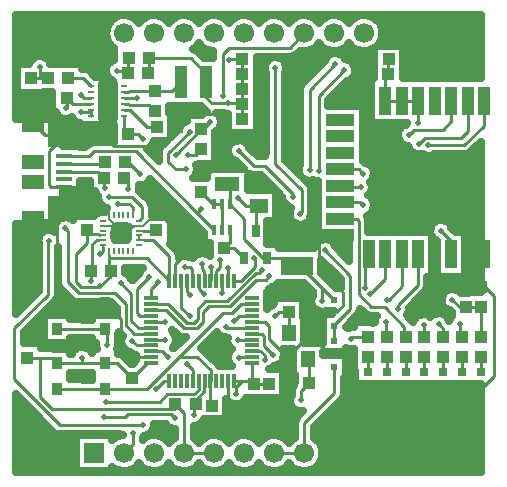
<source format=gtl>
G04 DipTrace 2.4.0.2*
%INTop.gbr*%
%MOIN*%
%ADD13C,0.01*%
%ADD14C,0.0079*%
%ADD15C,0.0091*%
%ADD16C,0.025*%
%ADD17R,0.0591X0.0512*%
%ADD18R,0.1063X0.063*%
%ADD19R,0.0433X0.0394*%
%ADD20R,0.0394X0.0433*%
%ADD22R,0.0315X0.0315*%
%ADD23R,0.083X0.05*%
%ADD25R,0.0236X0.0236*%
%ADD27R,0.0531X0.0157*%
%ADD28R,0.0787X0.0827*%
%ADD29R,0.0748X0.063*%
%ADD30R,0.0748X0.0472*%
%ADD31R,0.0669X0.0669*%
%ADD32C,0.0669*%
%ADD33R,0.039X0.106*%
%ADD35R,0.0256X0.0413*%
%ADD36R,0.0354X0.0394*%
%ADD37R,0.0394X0.0965*%
%ADD38R,0.0965X0.0394*%
%ADD39R,0.0472X0.0118*%
%ADD40R,0.0118X0.0472*%
%ADD41R,0.0157X0.0354*%
%ADD42R,0.0236X0.0091*%
%ADD43R,0.0669X0.1299*%
%ADD45O,0.0079X0.022*%
%ADD46O,0.022X0.0079*%
%ADD47R,0.0606X0.0669*%
%ADD48R,0.0453X0.0551*%
%ADD49C,0.02*%
%FSLAX44Y44*%
G04*
G70*
G90*
G75*
G01*
%LNTop*%
%LPD*%
X19815Y8815D2*
D13*
Y9815D1*
X19315D1*
X8424Y12202D2*
D14*
Y12044D1*
X8584D1*
D13*
X8898D1*
X9440Y11502D1*
Y10702D1*
X9434Y10696D1*
X7484Y11002D2*
X7440D1*
Y11440D1*
X8690D1*
X9434Y10696D1*
X7440Y11690D2*
D14*
Y11530D1*
D13*
Y11047D1*
X7484Y11002D1*
X7243Y12202D2*
D14*
X7118D1*
D13*
X7080Y12240D1*
X6828D1*
X6690Y12378D1*
X7484Y11002D2*
Y11146D1*
X11877Y16065D2*
Y16565D1*
Y17065D1*
Y17565D1*
Y18065D1*
X10670Y17315D2*
Y16790D1*
X10860Y16600D1*
X11877D1*
Y17565D1*
X10670Y17315D2*
Y17590D1*
X10160Y18100D1*
X8780D1*
X8753Y18128D1*
Y17646D1*
X8734Y17627D1*
X4690Y8127D2*
X5140D1*
X5503D1*
X5690Y7940D1*
X6540D1*
X7304D1*
X7690D1*
X8190Y7440D1*
X8844Y7940D2*
X8690D1*
X8190Y7440D1*
X9646Y6565D2*
Y6420D1*
X5540D1*
X5140Y6820D1*
Y8127D1*
X9940Y4940D2*
Y6271D1*
X9646Y6565D1*
X10940Y4940D2*
X9940D1*
X12253Y7253D2*
X12752D1*
X12190Y7940D2*
Y7315D1*
X12253Y7253D1*
X11599Y7349D2*
X11863D1*
X12156D1*
X12253Y7253D1*
X12190Y9515D2*
Y9520D1*
X11780D1*
X11600Y9340D1*
X11660Y6920D2*
Y7146D1*
X11863Y7349D1*
X7484Y11002D2*
Y10844D1*
X7140Y10500D1*
X6540Y8120D2*
Y7940D1*
X8227Y12871D2*
D14*
Y13031D1*
D13*
Y13133D1*
X8100Y13260D1*
X7720D1*
X19315Y9815D2*
X19125D1*
X18880Y10060D1*
X17740Y15940D2*
Y16685D1*
X17735Y16690D1*
X17184D1*
X16633D1*
Y17464D1*
X16734Y17565D1*
Y18047D1*
X16753Y18065D1*
X11877D2*
X11465D1*
X11440Y18040D1*
X10503Y15734D2*
X10554D1*
X10800Y15980D1*
X11400Y16600D2*
X11843D1*
X11877Y16565D1*
X9660Y14880D2*
Y14892D1*
X10503Y15734D1*
X7140Y10500D2*
Y10480D1*
X6500D1*
X6340Y10640D1*
Y11590D1*
X6690Y11940D1*
Y12378D1*
X13690Y11190D2*
X13806D1*
X14540Y10456D1*
X14940Y10056D1*
X12688Y11440D2*
X13440D1*
X13690Y11190D1*
X11452Y13244D2*
Y13826D1*
X11378Y13900D1*
X12688Y11440D2*
X12580D1*
X11940Y12080D1*
Y12755D1*
X11452Y13244D1*
X14540Y10020D2*
Y10456D1*
X5690Y7080D2*
X7304D1*
X8700D1*
X9760Y8140D1*
X10380D1*
X10820Y7700D1*
Y7357D1*
X10812Y7349D1*
Y6568D1*
X10855Y6525D1*
X12190Y9909D2*
X11829D1*
X11520Y9600D1*
X11220D1*
X9760Y8140D1*
X11599Y10696D2*
X11836D1*
X12300Y11160D1*
Y11420D1*
X12280Y11440D1*
X14120Y14380D2*
Y17060D1*
X14980Y17920D1*
X10418Y10696D2*
Y10422D1*
X10600Y10240D1*
X18080Y15220D2*
X19280D1*
X19920Y15860D1*
Y16670D1*
X19940Y16690D1*
X19315Y10484D2*
X19815D1*
Y11447D1*
X19940Y11572D1*
X19389D1*
X14940Y4940D2*
X15940D1*
Y6940D1*
X16065Y7065D1*
X16690D1*
X17315D1*
X17940D1*
X18565D1*
X19190D1*
X19815D1*
Y10484D2*
X19958D1*
X20253Y10190D1*
Y7503D1*
X19815Y7065D1*
X9631Y10696D2*
Y11256D1*
X10190Y11815D1*
X10565D1*
X10605Y11775D1*
X9672Y12378D2*
X10002D1*
X10605Y11775D1*
X7243Y12517D2*
D14*
X7596D1*
D13*
X7834Y12279D1*
X7440Y12871D2*
D14*
Y12740D1*
X7901Y12279D1*
X7834D1*
X7440Y12871D2*
Y13065D1*
D13*
X7315Y13190D1*
X6833D1*
X6690Y13047D1*
X5872D1*
X5812Y13106D1*
X5940Y13815D2*
Y13234D1*
X5812Y13106D1*
X4887Y12713D2*
X5418D1*
X5812Y13106D1*
Y15547D2*
X5281D1*
X4887Y15941D1*
X5812Y15547D2*
Y15375D1*
X5440Y15003D1*
Y13877D1*
X5502Y13815D1*
X5940D1*
X5355Y16775D2*
X4819D1*
X4815Y16771D1*
Y16013D1*
X4887Y15941D1*
X7396Y15565D2*
Y16675D1*
X7389Y16682D1*
X5812Y15547D2*
X7378D1*
X7396Y15565D1*
X6940Y18940D2*
Y18065D1*
X7377Y17627D1*
Y16693D1*
X7396Y15565D2*
Y15384D1*
X7600Y15180D1*
X9260D1*
X9680Y15600D1*
Y15805D1*
X9690Y15815D1*
X9795D1*
X10220Y16240D1*
X11000D1*
X11300Y15940D1*
Y15518D1*
X11378Y15440D1*
X12547Y18065D2*
Y17565D1*
Y17065D1*
Y16565D1*
Y16065D1*
Y15887D1*
X12100Y15440D1*
X11378D1*
X8424Y12517D2*
D14*
X8264D1*
D13*
X8071D1*
X7834Y12279D1*
X15139Y12202D2*
X14420D1*
X13781D1*
X13690Y12292D1*
X12440Y13940D2*
X12720D1*
X13520Y13140D1*
Y12462D1*
X13690Y12292D1*
X11378Y15440D2*
Y15002D1*
X11431Y14949D1*
X12440Y13940D1*
X10502Y14315D2*
X10798D1*
X11431Y14949D1*
X5690Y9940D2*
X7304D1*
X5690D2*
Y12984D1*
X5812Y13106D1*
X4690Y8797D2*
Y8940D1*
X5690Y9940D1*
X8844Y8137D2*
X8218D1*
X8190Y8109D1*
Y8290D1*
X7840Y8640D1*
Y9404D1*
X7304Y9940D1*
X11403Y7349D2*
Y6647D1*
X11525Y6525D1*
X12194D1*
X12253Y6583D1*
X12752D1*
X13023D1*
X13440Y7000D1*
Y7266D1*
X13428Y7278D1*
Y8062D1*
X13440Y8074D1*
Y8220D1*
X13840Y8620D1*
Y8710D1*
X14070Y8940D1*
X12190Y9318D2*
X12642D1*
X12780Y9180D1*
Y8734D1*
X13440Y8074D1*
X14070Y8940D2*
Y9625D1*
X14098Y9653D1*
X16065Y7065D2*
X15815D1*
X15360Y7520D1*
Y8140D1*
X15280Y8220D1*
X14790D1*
X14070Y8940D1*
X16083Y18065D2*
Y17583D1*
X16065Y17565D1*
Y16707D1*
X16082Y16690D1*
X12547Y18065D2*
Y18200D1*
X16083D1*
Y18065D1*
X14098Y9653D2*
X15013D1*
X15220Y9860D1*
Y10320D1*
X14420Y11120D1*
Y12202D1*
X18286Y11572D2*
Y10934D1*
X18780Y10440D1*
X19271D1*
X19315Y10484D1*
X8424Y12517D2*
D14*
X8557D1*
X8800Y12760D1*
D13*
X9289D1*
X9672Y12378D1*
X12190Y8137D2*
X11777D1*
X11760Y8120D1*
X16660Y9300D2*
Y8845D1*
X16690Y8815D1*
X16065D2*
X15555D1*
X15500Y8760D1*
X12620Y8060D2*
Y8200D1*
X12480Y8340D1*
X12196D1*
X12190Y8334D1*
X18565Y8815D2*
Y9095D1*
X18420Y9240D1*
X15820Y13800D2*
X15195D1*
X15139Y13855D1*
Y12753D2*
X15687D1*
X15760Y12680D1*
Y10240D1*
X16175Y9825D1*
X16615D1*
X17280Y9160D1*
Y8850D1*
X17315Y8815D1*
X15139Y13304D2*
X15796D1*
X15900Y13200D1*
X17920Y9200D2*
Y8835D1*
X17940Y8815D1*
X15139Y14407D2*
X15753D1*
X15900Y14260D1*
X19120Y9260D2*
Y8885D1*
X19190Y8815D1*
X10221Y7349D2*
Y7719D1*
X10040Y7900D1*
X8560Y5880D2*
X5800D1*
X4280Y7400D1*
Y9100D1*
X5400Y10220D1*
Y11980D1*
X5440Y12020D1*
X7420Y13480D2*
X8200D1*
X8540Y13140D1*
Y12790D1*
X8537Y12787D1*
D14*
X8424Y12674D1*
X8844Y8531D2*
D13*
X8349D1*
X8200Y8680D1*
X8080Y13760D2*
Y13988D1*
X7940Y14128D1*
X11196Y12378D2*
Y13244D1*
X10940D1*
X10905D1*
X10502Y13646D1*
X13440Y8940D2*
Y9641D1*
X13428Y9653D1*
X13113D1*
X12980Y9520D1*
X11740Y8720D2*
X12183D1*
X12190Y8727D1*
Y8924D2*
X12536D1*
X12600Y8860D1*
Y8520D1*
X12900Y8220D1*
X13840Y6700D2*
Y7020D1*
X14098Y7278D1*
Y8046D1*
X14070Y8074D1*
X19815Y7656D2*
Y8146D1*
X19190Y7656D2*
Y8146D1*
X18565Y7656D2*
Y8146D1*
X17940Y7656D2*
Y8146D1*
X17315D2*
Y7656D1*
X16690Y8146D2*
Y7656D1*
X16065Y8146D2*
Y7656D1*
X11275Y11775D2*
X11605D1*
X11940Y11440D1*
X11452Y12378D2*
Y11952D1*
X11275Y11775D1*
X8424Y12359D2*
D14*
X8561D1*
D13*
X8580Y12340D1*
X8965D1*
X9002Y12378D1*
X6838Y16584D2*
D15*
X6670D1*
D13*
X6216D1*
X6025Y16775D1*
Y16462D1*
X6002Y16440D1*
X7690Y17690D2*
X8002D1*
X8065Y17627D1*
Y18109D1*
X8083Y18128D1*
X7940Y16387D2*
D15*
X8108D1*
D13*
X8133D1*
X8700Y15820D1*
X9016D1*
X9021Y15815D1*
X7940Y16584D2*
D15*
X8108D1*
D13*
Y16560D1*
X8776D1*
X8980Y16355D1*
X7940Y16977D2*
D15*
X8108D1*
D13*
Y17000D1*
X8956D1*
X8980Y17025D1*
X9525D1*
X9815Y17315D1*
X14940Y9190D2*
Y8690D1*
X4815Y17440D2*
X5127D1*
X5396D1*
X7940Y16781D2*
D15*
X8108D1*
D13*
X8359D1*
X5127Y17815D2*
Y17440D1*
X14940Y9190D2*
Y9220D1*
X15480Y9760D1*
Y10860D1*
X14640Y11700D1*
X13560Y13480D2*
Y13580D1*
X12617Y14523D1*
X12257D1*
X11760Y15020D1*
X6838Y16781D2*
D15*
X6670D1*
D13*
X6599D1*
X6503Y16878D1*
Y16315D2*
X6766D1*
X6770Y16319D1*
D15*
X6838Y16387D1*
Y16292D1*
D13*
Y16285D1*
D15*
Y16190D1*
X7940D2*
Y16095D1*
D13*
Y15690D1*
X8065Y15565D1*
X8395D1*
X8560Y15400D1*
X7962Y14650D2*
X8070D1*
X8480Y14240D1*
X9300Y8700D2*
X8871D1*
X8844Y8727D1*
X5690Y9080D2*
X7304D1*
X12190Y9121D2*
X11379D1*
X11340Y9160D1*
X7360Y8540D2*
Y9024D1*
X7304Y9080D1*
X18838Y16690D2*
Y15998D1*
X18560Y15720D1*
X17600D1*
X17420Y15540D1*
X9300Y9320D2*
X8846D1*
X8844Y9318D1*
X7243Y12044D2*
D14*
X7083D1*
D13*
X7024D1*
X6880Y11900D1*
Y11067D1*
X6815Y11002D1*
Y10695D1*
X7320Y6660D2*
X9120D1*
X9360Y6900D1*
X10260D1*
X10420Y7060D1*
Y7348D1*
X10418Y7349D1*
X10025Y10696D2*
Y10335D1*
X10140Y10220D1*
X10315Y6565D2*
Y6715D1*
X10600Y7000D1*
Y7334D1*
X10615Y7349D1*
X7243Y11887D2*
D14*
Y11797D1*
D13*
Y11683D1*
X7140Y11580D1*
X7280Y6140D2*
X7960D1*
X8060Y6240D1*
X9500D1*
X9640Y6100D1*
X10260Y6220D2*
Y6510D1*
X10315Y6565D1*
X9828Y10696D2*
Y9792D1*
X10120Y9500D1*
X6065Y17440D2*
X6572D1*
X6719Y17293D1*
D15*
X6838Y17174D1*
X11206Y10696D2*
D13*
Y10294D1*
X17060Y9740D2*
Y9880D1*
X17720Y10540D1*
Y11557D1*
X17735Y11572D1*
X16082D2*
X15980D1*
Y10460D1*
X11400Y11100D2*
Y10699D1*
X11403Y10696D1*
X18838Y11572D2*
Y12022D1*
X18500Y12360D1*
X10540Y11240D2*
Y11080D1*
X10600Y11020D1*
Y10711D1*
X10615Y10696D1*
X11009D2*
Y11009D1*
X11140Y11140D1*
Y11380D1*
X16700Y10060D2*
X16760D1*
X17200Y10500D1*
Y11556D1*
X17184Y11572D1*
X16633D2*
Y10733D1*
X16140Y10240D1*
X10820Y11140D2*
Y10704D1*
X10812Y10696D1*
X8844Y9909D2*
X9391D1*
X10020Y9280D1*
X10260D1*
X10400Y9420D1*
Y9760D1*
X10640Y10000D1*
X11380D1*
X12322Y10942D1*
X12442D1*
X12540Y11040D1*
X13800Y12920D2*
X13860Y12980D1*
Y13700D1*
X12980Y14580D1*
Y17780D1*
X8844Y10105D2*
Y10424D1*
X9080Y10660D1*
X8844Y9712D2*
X9328D1*
X9920Y9120D1*
X10380D1*
X10580Y9320D1*
Y9660D1*
X10760Y9840D1*
X11460D1*
X12340Y10720D1*
X12660D1*
X12780Y10840D1*
X14420Y14360D2*
Y16840D1*
X15280Y17700D1*
X8844Y9515D2*
X8465D1*
X8360Y9620D1*
Y10400D1*
X8780Y10820D1*
X10000Y14400D2*
X9660D1*
X9400Y14660D1*
Y14940D1*
X10120Y15660D1*
X11220Y16860D2*
Y18260D1*
X11420Y18460D1*
X13460D1*
X13940Y18940D1*
X9434Y7349D2*
X9269D1*
X9000Y7080D1*
X8844Y8334D2*
X9206D1*
X9400Y8140D1*
X8240Y5620D2*
Y5240D1*
X7940Y4940D1*
X8844Y9121D2*
X8419D1*
X8180Y9360D1*
Y10260D1*
X7840Y10600D1*
X8844Y8924D2*
X8276D1*
X8000Y9200D1*
Y9900D1*
X7620Y10280D1*
X6420D1*
X6060Y10640D1*
Y12360D1*
X5980Y12440D1*
X5940Y14583D2*
X7226D1*
X7293Y14650D1*
X5940Y14327D2*
X7071D1*
X7271Y14128D1*
Y13809D1*
X7300Y13780D1*
X10060Y14880D2*
X10318D1*
X10503Y15065D1*
X13940Y4940D2*
Y5940D1*
X14940Y6940D1*
Y7824D1*
X12940Y4940D2*
X13940D1*
X12314Y12346D2*
Y13066D1*
X12440Y13192D1*
X5940Y14839D2*
X6779D1*
X6940Y15000D1*
X8318D1*
X10375Y12943D1*
X10940Y12378D1*
X12440Y13192D2*
X11988D1*
X11720Y13460D1*
X10511Y13080D2*
X10375Y12943D1*
X19389Y16690D2*
Y15689D1*
X19160Y15460D1*
X17960D1*
X17760Y15260D1*
X9960Y11160D2*
X10120D1*
X10200Y11080D1*
Y10717D1*
X10221Y10696D1*
D49*
X11600Y9340D3*
X11660Y6920D3*
X7140Y10500D3*
X6540Y8120D3*
X7720Y13260D3*
X7140Y10500D3*
X18880Y10060D3*
X17740Y15940D3*
X11440Y18040D3*
X10800Y15980D3*
X11400Y16600D3*
X9660Y14880D3*
X7720Y13260D3*
X14540Y10020D3*
X12280Y11440D3*
X14120Y14380D3*
X14980Y17920D3*
X10600Y10240D3*
X18080Y15220D3*
X11760Y8120D3*
X16660Y9300D3*
X15500Y8760D3*
X12620Y8060D3*
X18420Y9240D3*
X15820Y13800D3*
X15900Y13200D3*
X17920Y9200D3*
X15900Y14260D3*
X19120Y9260D3*
X10040Y7900D3*
X8560Y5880D3*
X5440Y12020D3*
X7420Y13480D3*
X8200Y8680D3*
X8080Y13760D3*
X12980Y9520D3*
X11740Y8720D3*
X12900Y8220D3*
X13840Y6700D3*
X6002Y16440D3*
X7690Y17690D3*
X8359Y16781D3*
X5127Y17815D3*
X14640Y11700D3*
X13560Y13480D3*
X11760Y15020D3*
X8359Y16781D3*
X6503Y16878D3*
Y16315D3*
X8560Y15400D3*
X8480Y14240D3*
X9300Y8700D3*
X11340Y9160D3*
X7360Y8540D3*
X17420Y15540D3*
X9300Y9320D3*
X6815Y10695D3*
X7320Y6660D3*
X10140Y10220D3*
X7140Y11580D3*
X7280Y6140D3*
X9640Y6100D3*
X10260Y6220D3*
X10120Y9500D3*
X11206Y10294D3*
X17060Y9740D3*
X15980Y10460D3*
X11400Y11100D3*
X18500Y12360D3*
X10540Y11240D3*
X11140Y11380D3*
X16700Y10060D3*
X16140Y10240D3*
X10820Y11140D3*
X12540Y11040D3*
X13800Y12920D3*
X12980Y17780D3*
X9080Y10660D3*
X12780Y10840D3*
X14420Y14360D3*
X15280Y17700D3*
X8780Y10820D3*
X10000Y14400D3*
X10120Y15660D3*
X11220Y16860D3*
X9000Y7080D3*
X9400Y8140D3*
X8240Y5620D3*
X7840Y10600D3*
X5980Y12440D3*
X7300Y13780D3*
X10060Y14880D3*
X11720Y13460D3*
X10511Y13080D3*
X17760Y15260D3*
X9960Y11160D3*
X4350Y19306D2*
D16*
X7439D1*
X16438D2*
X19790D1*
X4350Y19058D2*
X7325D1*
X16551D2*
X19790D1*
X4350Y18809D2*
X7329D1*
X16551D2*
X19790D1*
X4350Y18560D2*
X7450D1*
X16430D2*
X19790D1*
X4350Y18312D2*
X7575D1*
X10418D2*
X10884D1*
X13782D2*
X16247D1*
X17258D2*
X19790D1*
X4350Y18063D2*
X4833D1*
X5418D2*
X7560D1*
X12383D2*
X12724D1*
X13235D2*
X14618D1*
X15344D2*
X16247D1*
X17258D2*
X19790D1*
X6571Y17814D2*
X7321D1*
X12383D2*
X12591D1*
X13368D2*
X14404D1*
X15653D2*
X16228D1*
X17258D2*
X19790D1*
X6918Y17565D2*
X7321D1*
X12383D2*
X12642D1*
X13321D2*
X14154D1*
X15645D2*
X16228D1*
X17243D2*
X19790D1*
X7246Y17317D2*
X7532D1*
X12383D2*
X12642D1*
X13321D2*
X13907D1*
X15368D2*
X16146D1*
X7246Y17068D2*
X7532D1*
X12383D2*
X12642D1*
X13321D2*
X13779D1*
X15118D2*
X16146D1*
X4350Y16819D2*
X5517D1*
X7246D2*
X7532D1*
X12383D2*
X12642D1*
X13321D2*
X13779D1*
X14871D2*
X16146D1*
X4350Y16571D2*
X5517D1*
X7246D2*
X7532D1*
X12383D2*
X12642D1*
X13321D2*
X13779D1*
X14758D2*
X16146D1*
X4350Y16322D2*
X5517D1*
X7246D2*
X7532D1*
X9465D2*
X10650D1*
X12383D2*
X12642D1*
X13321D2*
X13779D1*
X15911D2*
X16146D1*
X4774Y16073D2*
X5001D1*
X5680D2*
X6204D1*
X7246D2*
X7532D1*
X9528D2*
X10017D1*
X11176D2*
X11372D1*
X12383D2*
X12642D1*
X13321D2*
X13779D1*
X15911D2*
X16146D1*
X5680Y15825D2*
X7560D1*
X9528D2*
X9771D1*
X11157D2*
X11372D1*
X12383D2*
X12642D1*
X13321D2*
X13779D1*
X15911D2*
X17165D1*
X5680Y15576D2*
X7560D1*
X10989D2*
X12642D1*
X13321D2*
X13779D1*
X15911D2*
X17032D1*
X5934Y15327D2*
X7560D1*
X8942D2*
X9318D1*
X10989D2*
X11540D1*
X11981D2*
X12642D1*
X13321D2*
X13779D1*
X15911D2*
X17099D1*
X8758Y15079D2*
X9091D1*
X10989D2*
X11376D1*
X12172D2*
X12642D1*
X13321D2*
X13779D1*
X15911D2*
X17419D1*
X19610D2*
X19789D1*
X8957Y14830D2*
X9060D1*
X10989D2*
X11423D1*
X13321D2*
X13779D1*
X15911D2*
X19790D1*
X10442Y14581D2*
X11728D1*
X13450D2*
X13779D1*
X16098D2*
X19790D1*
X10383Y14333D2*
X10673D1*
X16282D2*
X19790D1*
X12082Y14084D2*
X12587D1*
X16246D2*
X19790D1*
X6496Y13835D2*
X6763D1*
X8461D2*
X9013D1*
X12082D2*
X12833D1*
X14168D2*
X14368D1*
X16207D2*
X19790D1*
X5934Y13586D2*
X6966D1*
X8563D2*
X9259D1*
X14200D2*
X14368D1*
X16141D2*
X19790D1*
X5934Y13338D2*
X7060D1*
X8809D2*
X9509D1*
X13024D2*
X13200D1*
X14200D2*
X14368D1*
X16262D2*
X19790D1*
X5680Y13089D2*
X7306D1*
X8879D2*
X9759D1*
X13024D2*
X13450D1*
X14200D2*
X14368D1*
X16274D2*
X19790D1*
X5680Y12840D2*
X6204D1*
X8879D2*
X10005D1*
X13024D2*
X13419D1*
X14180D2*
X14368D1*
X16055D2*
X19790D1*
X4754Y12592D2*
X5001D1*
X9508D2*
X10255D1*
X12731D2*
X13614D1*
X13985D2*
X14368D1*
X16098D2*
X18193D1*
X18805D2*
X19790D1*
X4350Y12343D2*
X5247D1*
X7641D2*
X8025D1*
X9508D2*
X10505D1*
X12731D2*
X14368D1*
X16098D2*
X18111D1*
X18989D2*
X19790D1*
X4350Y12094D2*
X5056D1*
X7637D2*
X8029D1*
X9508D2*
X10571D1*
X12731D2*
X15419D1*
X19325D2*
X19790D1*
X4350Y11846D2*
X5060D1*
X9567D2*
X10767D1*
X13106D2*
X14282D1*
X15000D2*
X15419D1*
X18223D2*
X18353D1*
X19325D2*
X19790D1*
X4350Y11597D2*
X5060D1*
X9766D2*
X10439D1*
X10640D2*
X10770D1*
X15215D2*
X15419D1*
X18223D2*
X18353D1*
X19325D2*
X19790D1*
X4350Y11348D2*
X5060D1*
X18223D2*
X18353D1*
X19325D2*
X19790D1*
X4350Y11100D2*
X5060D1*
X7993D2*
X8521D1*
X14512D2*
X14771D1*
X18223D2*
X18353D1*
X19325D2*
X19790D1*
X4350Y10851D2*
X5060D1*
X8129D2*
X8341D1*
X14614D2*
X15021D1*
X18223D2*
X18353D1*
X19325D2*
X19790D1*
X4350Y10602D2*
X5060D1*
X13082D2*
X13923D1*
X14864D2*
X15142D1*
X18059D2*
X19790D1*
X4350Y10354D2*
X5060D1*
X5739D2*
X5877D1*
X12715D2*
X14173D1*
X18000D2*
X18638D1*
X19121D2*
X19790D1*
X4350Y10105D2*
X4814D1*
X5719D2*
X6126D1*
X12715D2*
X12923D1*
X13934D2*
X14161D1*
X17754D2*
X18493D1*
X4350Y9856D2*
X4568D1*
X5508D2*
X7575D1*
X12715D2*
X12814D1*
X13934D2*
X14189D1*
X17508D2*
X18552D1*
X5258Y9607D2*
X7661D1*
X13934D2*
X14857D1*
X15782D2*
X15922D1*
X17426D2*
X18829D1*
X5008Y9359D2*
X5224D1*
X13957D2*
X14532D1*
X15547D2*
X16275D1*
X4762Y9110D2*
X5224D1*
X13957D2*
X14532D1*
X4621Y8861D2*
X5224D1*
X7770D2*
X7858D1*
X10954D2*
X11107D1*
X13957D2*
X14532D1*
X4621Y8613D2*
X6978D1*
X7743D2*
X7820D1*
X9680D2*
X9760D1*
X10704D2*
X11364D1*
X6157Y8364D2*
X6243D1*
X7770D2*
X7993D1*
X10625D2*
X11462D1*
X13262D2*
X13552D1*
X15348D2*
X15579D1*
X7985Y8115D2*
X8318D1*
X10875D2*
X11368D1*
X13274D2*
X13552D1*
X15348D2*
X15579D1*
X11114Y7867D2*
X11474D1*
X13016D2*
X13552D1*
X15348D2*
X15579D1*
X6157Y7618D2*
X6837D1*
X13239D2*
X13552D1*
X15348D2*
X15618D1*
X13239Y7369D2*
X13591D1*
X15282D2*
X15618D1*
X13239Y7121D2*
X13517D1*
X15282D2*
X19790D1*
X13239Y6872D2*
X13493D1*
X15274D2*
X19790D1*
X4350Y6623D2*
X4587D1*
X11899D2*
X13458D1*
X15094D2*
X19790D1*
X4350Y6375D2*
X4833D1*
X11364D2*
X13650D1*
X14844D2*
X19790D1*
X4350Y6126D2*
X5083D1*
X11364D2*
X13661D1*
X14598D2*
X19790D1*
X4350Y5877D2*
X5333D1*
X8950D2*
X9325D1*
X10411D2*
X13599D1*
X14348D2*
X19790D1*
X4350Y5628D2*
X5587D1*
X8848D2*
X9599D1*
X10282D2*
X13599D1*
X14282D2*
X19790D1*
X4350Y5380D2*
X6314D1*
X9371D2*
X9511D1*
X10371D2*
X10511D1*
X11371D2*
X11511D1*
X12371D2*
X12511D1*
X13371D2*
X13511D1*
X14371D2*
X19790D1*
X4350Y5131D2*
X6314D1*
X14532D2*
X19790D1*
X4350Y4882D2*
X6314D1*
X14563D2*
X19790D1*
X4350Y4634D2*
X6314D1*
X14481D2*
X19790D1*
X4350Y4385D2*
X6314D1*
X7563D2*
X7689D1*
X8192D2*
X8689D1*
X9192D2*
X9689D1*
X10192D2*
X10689D1*
X11192D2*
X11689D1*
X12192D2*
X12689D1*
X13192D2*
X13689D1*
X14192D2*
X19790D1*
X17398Y17437D2*
X18200D1*
X18751D1*
X19302D1*
X19818D1*
X19815Y17950D1*
Y19555D1*
X4325D1*
Y16075D1*
X4748Y16078D1*
Y15863D1*
X5027Y15862D1*
X5025Y16078D1*
X5654D1*
Y15347D1*
X5909Y15350D1*
Y15182D1*
X6471D1*
Y15155D1*
X6647Y15154D1*
X6717Y15223D1*
X6821Y15292D1*
X6940Y15315D1*
X7585D1*
X7583Y15880D1*
X7557D1*
X7561Y16500D1*
X7557Y16773D1*
X7561Y16894D1*
X7557Y17167D1*
X7561Y17288D1*
X7557Y17239D1*
Y17352D1*
X7520Y17367D1*
X7422Y17443D1*
X7354Y17547D1*
X7326Y17668D1*
X7340Y17792D1*
X7394Y17904D1*
X7483Y17991D1*
X7583Y18041D1*
Y18089D1*
X7603D1*
X7602Y18443D1*
X7544Y18490D1*
X7459Y18582D1*
X7395Y18689D1*
X7355Y18807D1*
X7340Y18931D1*
X7352Y19055D1*
X7388Y19175D1*
X7449Y19284D1*
X7531Y19378D1*
X7630Y19453D1*
X7743Y19506D1*
X7864Y19535D1*
X7989Y19538D1*
X8112Y19515D1*
X8227Y19467D1*
X8330Y19396D1*
X8416Y19305D1*
X8438Y19269D1*
X8531Y19378D1*
X8630Y19453D1*
X8743Y19506D1*
X8864Y19535D1*
X8989Y19538D1*
X9112Y19515D1*
X9227Y19467D1*
X9330Y19396D1*
X9416Y19305D1*
X9438Y19269D1*
X9531Y19378D1*
X9630Y19453D1*
X9743Y19506D1*
X9864Y19535D1*
X9989Y19538D1*
X10112Y19515D1*
X10227Y19467D1*
X10330Y19396D1*
X10416Y19305D1*
X10438Y19269D1*
X10531Y19378D1*
X10630Y19453D1*
X10743Y19506D1*
X10864Y19535D1*
X10989Y19538D1*
X11112Y19515D1*
X11227Y19467D1*
X11330Y19396D1*
X11416Y19305D1*
X11438Y19269D1*
X11531Y19378D1*
X11630Y19453D1*
X11743Y19506D1*
X11864Y19535D1*
X11989Y19538D1*
X12112Y19515D1*
X12227Y19467D1*
X12330Y19396D1*
X12416Y19305D1*
X12438Y19269D1*
X12531Y19378D1*
X12630Y19453D1*
X12743Y19506D1*
X12864Y19535D1*
X12989Y19538D1*
X13112Y19515D1*
X13227Y19467D1*
X13330Y19396D1*
X13416Y19305D1*
X13438Y19269D1*
X13531Y19378D1*
X13630Y19453D1*
X13743Y19506D1*
X13864Y19535D1*
X13989Y19538D1*
X14112Y19515D1*
X14227Y19467D1*
X14330Y19396D1*
X14416Y19305D1*
X14438Y19269D1*
X14531Y19378D1*
X14630Y19453D1*
X14743Y19506D1*
X14864Y19535D1*
X14989Y19538D1*
X15112Y19515D1*
X15227Y19467D1*
X15330Y19396D1*
X15416Y19305D1*
X15438Y19269D1*
X15531Y19378D1*
X15630Y19453D1*
X15743Y19506D1*
X15864Y19535D1*
X15989Y19538D1*
X16112Y19515D1*
X16227Y19467D1*
X16330Y19396D1*
X16416Y19305D1*
X16481Y19199D1*
X16523Y19081D1*
X16540Y18940D1*
X16527Y18816D1*
X16488Y18697D1*
X16426Y18589D1*
X16372Y18528D1*
X17234Y18527D1*
Y17603D1*
X17215D1*
X17216Y17437D1*
X17646Y17433D1*
X17898Y17437D1*
X18197Y17433D1*
X18450Y17437D1*
X18748Y17433D1*
X19001Y17437D1*
X19299Y17433D1*
X19552Y17437D1*
X19816D1*
X17373Y15943D2*
X17273Y15947D1*
X17021Y15943D1*
X16722Y15947D1*
X16470Y15943D1*
X16171D1*
Y17437D1*
X16253D1*
Y18027D1*
X16272D1*
X16271Y18443D1*
X16129Y18371D1*
X16007Y18344D1*
X15882Y18343D1*
X15760Y18368D1*
X15645Y18418D1*
X15544Y18490D1*
X15441Y18612D1*
X15343Y18496D1*
X15242Y18422D1*
X15129Y18371D1*
X15007Y18344D1*
X14882Y18343D1*
X14760Y18368D1*
X14645Y18418D1*
X14544Y18490D1*
X14441Y18612D1*
X14343Y18496D1*
X14242Y18422D1*
X14129Y18371D1*
X14007Y18344D1*
X13882Y18343D1*
X13802Y18360D1*
X13683Y18237D1*
X13579Y18168D1*
X13460Y18145D1*
X12362D1*
X12359Y17603D1*
Y17103D1*
Y16603D1*
Y16103D1*
Y15603D1*
X11396D1*
Y16232D1*
X11230Y16277D1*
X11221Y16284D1*
X10999Y16285D1*
X11053Y16243D1*
X11127Y16142D1*
X11162Y16023D1*
X11165Y15980D1*
X11144Y15857D1*
X11083Y15749D1*
X10989Y15668D1*
X10963Y15658D1*
X10960Y15253D1*
X10964Y15172D1*
Y14583D1*
X10421D1*
X10327Y14562D1*
X10362Y14443D1*
X10365Y14400D1*
X10344Y14277D1*
X10283Y14169D1*
X10233Y14126D1*
X10701Y14127D1*
X10698Y14415D1*
X11920D1*
X11667Y14668D1*
X11590Y14697D1*
X11492Y14773D1*
X11424Y14877D1*
X11396Y14998D1*
X11410Y15122D1*
X11464Y15234D1*
X11553Y15321D1*
X11666Y15373D1*
X11790Y15384D1*
X11910Y15353D1*
X12013Y15283D1*
X12087Y15182D1*
X12106Y15119D1*
X12389Y14837D1*
X12628D1*
X12665Y14955D1*
Y17600D1*
X12644Y17637D1*
X12616Y17758D1*
X12630Y17882D1*
X12684Y17994D1*
X12773Y18081D1*
X12886Y18133D1*
X13010Y18144D1*
X13130Y18113D1*
X13233Y18043D1*
X13307Y17942D1*
X13342Y17823D1*
X13345Y17780D1*
X13324Y17657D1*
X13295Y17607D1*
Y14714D1*
X13797Y14209D1*
X13756Y14358D1*
X13770Y14482D1*
X13805Y14555D1*
Y17060D1*
X13829Y17182D1*
X13897Y17283D1*
X14630Y18022D1*
X14684Y18134D1*
X14773Y18221D1*
X14886Y18273D1*
X15010Y18284D1*
X15130Y18253D1*
X15233Y18183D1*
X15312Y18064D1*
X15430Y18033D1*
X15533Y17963D1*
X15607Y17862D1*
X15642Y17743D1*
X15645Y17700D1*
X15624Y17577D1*
X15563Y17469D1*
X15469Y17388D1*
X15378Y17352D1*
X14738Y16712D1*
X14735Y16524D1*
X15887Y16522D1*
X15883Y15598D1*
X15887Y15346D1*
X15883Y15047D1*
X15887Y14795D1*
Y14693D1*
X15978Y14627D1*
X16050Y14593D1*
X16153Y14523D1*
X16227Y14422D1*
X16262Y14303D1*
X16265Y14260D1*
X16244Y14137D1*
X16183Y14029D1*
X16133Y13986D1*
X16182Y13843D1*
X16185Y13800D1*
X16164Y13677D1*
X16103Y13569D1*
X16059Y13531D1*
X16153Y13463D1*
X16227Y13362D1*
X16262Y13243D1*
X16265Y13200D1*
X16244Y13077D1*
X16183Y12969D1*
X16089Y12888D1*
X16020Y12861D1*
X16056Y12788D1*
X16075Y12680D1*
Y12317D1*
X16544Y12319D1*
X17095D1*
X17646D1*
X18137D1*
X18150Y12462D1*
X18204Y12574D1*
X18293Y12661D1*
X18406Y12713D1*
X18530Y12724D1*
X18650Y12693D1*
X18753Y12623D1*
X18827Y12522D1*
X18846Y12459D1*
X18985Y12320D1*
X19299Y12319D1*
Y10825D1*
X18376D1*
Y12016D1*
X18330Y12037D1*
X18232Y12113D1*
X18196Y12168D1*
X18197Y10825D1*
X18037D1*
X18035Y10540D1*
X18011Y10418D1*
X17943Y10317D1*
X17421Y9795D1*
X17425Y9740D1*
X17404Y9617D1*
X17356Y9533D1*
X17510Y9374D1*
X17570Y9302D1*
X17624Y9414D1*
X17713Y9501D1*
X17826Y9553D1*
X17950Y9564D1*
X18070Y9533D1*
X18144Y9482D1*
X18213Y9541D1*
X18326Y9593D1*
X18450Y9604D1*
X18570Y9573D1*
X18673Y9503D1*
X18747Y9402D1*
X18766Y9339D1*
X18824Y9474D1*
X18855Y9504D1*
X18853Y9642D1*
X18789Y9706D1*
X18710Y9737D1*
X18612Y9813D1*
X18544Y9917D1*
X18516Y10038D1*
X18530Y10162D1*
X18584Y10274D1*
X18673Y10361D1*
X18786Y10413D1*
X18910Y10424D1*
X19030Y10393D1*
X19133Y10323D1*
X19154Y10295D1*
X19777Y10297D1*
X19818D1*
X19815Y10950D1*
Y15313D1*
X19503Y14997D1*
X19399Y14928D1*
X19280Y14905D1*
X18260D1*
X18153Y14862D1*
X18029Y14859D1*
X17910Y14897D1*
X17882Y14918D1*
X17833Y14902D1*
X17709Y14899D1*
X17590Y14937D1*
X17492Y15013D1*
X17424Y15117D1*
X17411Y15174D1*
X17369Y15179D1*
X17250Y15217D1*
X17152Y15293D1*
X17084Y15397D1*
X17056Y15518D1*
X17070Y15642D1*
X17124Y15754D1*
X17213Y15841D1*
X17330Y15893D1*
X17375Y15941D1*
X14396Y12842D2*
X14392Y13092D1*
Y13769D1*
Y13995D1*
X14247Y14039D1*
X14193Y14022D1*
X14069Y14019D1*
X13941Y14064D1*
X14083Y13923D1*
X14152Y13819D1*
X14175Y13700D1*
X14171Y12929D1*
X14144Y12797D1*
X14083Y12689D1*
X13989Y12608D1*
X13873Y12562D1*
X13749Y12559D1*
X13630Y12597D1*
X13532Y12673D1*
X13464Y12777D1*
X13436Y12898D1*
X13450Y13022D1*
X13499Y13123D1*
X13390Y13157D1*
X13292Y13233D1*
X13224Y13337D1*
X13196Y13458D1*
X13200Y13493D1*
X12998Y13697D1*
X13000Y12671D1*
X12707D1*
Y11910D1*
X13081Y11912D1*
Y11767D1*
X14144Y11770D1*
X14280D1*
X14344Y11914D1*
X14433Y12001D1*
X14546Y12053D1*
X14670Y12064D1*
X14790Y12033D1*
X14893Y11963D1*
X14967Y11862D1*
X14986Y11799D1*
X15446Y11340D1*
X15445Y12291D1*
X14392D1*
X14396Y13215D1*
X14392Y13467D1*
X14396Y13766D1*
X14392Y13999D1*
X12691Y10233D2*
Y9744D1*
X12773Y9821D1*
X12899Y9883D1*
X12947Y9941D1*
Y10114D1*
X13910D1*
Y9478D1*
X13931Y9481D1*
Y8617D1*
X14558Y8614D1*
X14561Y9073D1*
X14557Y9182D1*
Y9573D1*
X14850D1*
X14947Y9672D1*
X14655Y9673D1*
X14613Y9662D1*
X14489Y9659D1*
X14370Y9697D1*
X14272Y9773D1*
X14204Y9877D1*
X14176Y9998D1*
X14190Y10122D1*
X14225Y10195D1*
Y10329D1*
X13942Y10609D1*
X13063D1*
X12969Y10528D1*
X12878Y10492D1*
X12769Y10425D1*
X12691Y10304D1*
Y9804D1*
X8342Y8206D2*
Y8216D1*
X8221Y8243D1*
X8107Y8327D1*
X8123Y8313D1*
X8030Y8357D1*
X7932Y8433D1*
X7864Y8537D1*
X7836Y8658D1*
X7850Y8782D1*
X7889Y8862D1*
X7770Y8986D1*
X7746Y8917D1*
Y8618D1*
X7719D1*
X7725Y8540D1*
X7694Y8400D1*
X7746Y8402D1*
Y8250D1*
X7812Y8231D1*
X7913Y8163D1*
X8153Y7922D1*
X8232Y7928D1*
X8340Y8036D1*
X8342Y8217D1*
X8228Y8240D1*
X8125Y8310D1*
X11093Y7851D2*
X11136Y7847D1*
X11382Y7851D1*
X11513D1*
X11424Y7977D1*
X11396Y8098D1*
X11410Y8222D1*
X11464Y8334D1*
X11545Y8413D1*
X11472Y8473D1*
X11404Y8577D1*
X11376Y8698D1*
X11386Y8795D1*
X11289Y8799D1*
X11170Y8837D1*
X11072Y8913D1*
X11036Y8968D1*
X10495Y8430D1*
X10607Y8358D1*
X11050Y7914D1*
X11185Y7851D1*
X11333Y7847D1*
X11275Y7851D1*
X11514D1*
X6471Y14012D2*
Y13727D1*
X5909Y13725D1*
Y13284D1*
X5655D1*
X5654Y12605D1*
X5684Y12654D1*
X5773Y12741D1*
X5886Y12793D1*
X6010Y12804D1*
X6130Y12773D1*
X6230Y12705D1*
X6228Y12859D1*
X6927D1*
X6999Y12925D1*
X7114Y12973D1*
X7172Y12972D1*
X7173Y12979D1*
X7294D1*
X7339Y13102D1*
X7357Y13122D1*
X7250Y13157D1*
X7152Y13233D1*
X7084Y13337D1*
X7056Y13458D1*
X7060Y13501D1*
X6964Y13637D1*
X6958Y13664D1*
X6789Y13666D1*
Y14013D1*
X6474Y14012D1*
X6467Y13983D1*
X12056Y13713D2*
X12981D1*
X12484Y14211D1*
X12257Y14208D1*
X12125Y14238D1*
X12058Y14165D1*
Y13716D1*
X16228Y9294D2*
X16295Y9297D1*
X16310Y9402D1*
X16362Y9510D1*
X16175D1*
X16054Y9534D1*
X15953Y9602D1*
X15795Y9752D1*
X15767Y9631D1*
X15703Y9537D1*
X15324Y9159D1*
X15406Y9113D1*
X15555Y9130D1*
X15606D1*
X15603Y9297D1*
X16228D1*
X15605Y8333D2*
X15603Y8408D1*
X15449Y8399D1*
X15321Y8444D1*
X15323Y8307D1*
X14561D1*
Y8204D1*
X15323Y8207D1*
Y7441D1*
X15257D1*
X15255Y6940D1*
X15231Y6818D1*
X15163Y6717D1*
X14254Y5809D1*
X14255Y5452D1*
X14330Y5396D1*
X14416Y5305D1*
X14481Y5199D1*
X14523Y5081D1*
X14540Y4940D1*
X14527Y4816D1*
X14488Y4697D1*
X14426Y4589D1*
X14343Y4496D1*
X14242Y4422D1*
X14129Y4371D1*
X14007Y4344D1*
X13882Y4343D1*
X13760Y4368D1*
X13645Y4418D1*
X13544Y4490D1*
X13441Y4612D1*
X13343Y4496D1*
X13242Y4422D1*
X13129Y4371D1*
X13007Y4344D1*
X12882Y4343D1*
X12760Y4368D1*
X12645Y4418D1*
X12544Y4490D1*
X12441Y4612D1*
X12343Y4496D1*
X12242Y4422D1*
X12129Y4371D1*
X12007Y4344D1*
X11882Y4343D1*
X11760Y4368D1*
X11645Y4418D1*
X11544Y4490D1*
X11441Y4612D1*
X11343Y4496D1*
X11242Y4422D1*
X11129Y4371D1*
X11007Y4344D1*
X10882Y4343D1*
X10760Y4368D1*
X10645Y4418D1*
X10544Y4490D1*
X10441Y4612D1*
X10343Y4496D1*
X10242Y4422D1*
X10129Y4371D1*
X10007Y4344D1*
X9882Y4343D1*
X9760Y4368D1*
X9645Y4418D1*
X9544Y4490D1*
X9441Y4612D1*
X9343Y4496D1*
X9242Y4422D1*
X9129Y4371D1*
X9007Y4344D1*
X8882Y4343D1*
X8760Y4368D1*
X8645Y4418D1*
X8544Y4490D1*
X8441Y4612D1*
X8343Y4496D1*
X8242Y4422D1*
X8129Y4371D1*
X8007Y4344D1*
X7882Y4343D1*
X7760Y4368D1*
X7645Y4418D1*
X7541Y4493D1*
X7540Y4340D1*
X6340D1*
Y5540D1*
X7540D1*
Y5387D1*
X7630Y5453D1*
X7743Y5506D1*
X7884Y5535D1*
X7810Y5565D1*
X5800D1*
X5678Y5589D1*
X5577Y5657D1*
X4326Y6909D1*
X4325Y4325D1*
X19815D1*
Y7235D1*
X19393Y7233D1*
X18768D1*
X18143D1*
X17518D1*
X16893D1*
X16268D1*
X15643D1*
Y7667D1*
X15603Y7664D1*
Y8410D1*
X6987Y9542D2*
X7686D1*
X7685Y9766D1*
X7487Y9967D1*
X6420Y9965D1*
X6298Y9989D1*
X6197Y10057D1*
X5837Y10417D1*
X5768Y10521D1*
X5745Y10640D1*
Y11824D1*
X5714Y11781D1*
X5715Y10220D1*
X5691Y10098D1*
X5623Y9997D1*
X4592Y8967D1*
X4595Y8612D1*
X5152Y8609D1*
Y8441D1*
X5503Y8442D1*
X5634Y8413D1*
X5873Y8402D1*
X6132D1*
Y8257D1*
X6202Y8255D1*
X6244Y8334D1*
X6333Y8421D1*
X6446Y8473D1*
X6570Y8484D1*
X6690Y8453D1*
X6793Y8383D1*
X6860Y8292D1*
X6862Y8402D1*
X7022D1*
X6996Y8518D1*
X7006Y8615D1*
X6862Y8618D1*
Y8763D1*
X6128Y8765D1*
X6132Y8618D1*
X5248D1*
Y9542D1*
X6132D1*
Y9397D1*
X6866Y9395D1*
X6862Y9542D1*
X6987D1*
X6132Y7625D2*
X6128Y7478D1*
X6132Y7397D1*
X6866Y7395D1*
X6862Y7623D1*
X6130Y7625D1*
X6132Y7417D1*
X10166Y16216D2*
X10521D1*
X10593Y16281D1*
X10695Y16328D1*
X10496Y16518D1*
X10210Y16524D1*
X9650Y16520D1*
X9443D1*
X9442Y16278D1*
X9502Y16277D1*
Y15484D1*
X9766Y15751D1*
X9824Y15874D1*
X9913Y15961D1*
X10038Y16014D1*
X10041Y16216D1*
X10166D1*
X13576Y8399D2*
X13217D1*
X13262Y8263D1*
X13265Y8220D1*
X13244Y8097D1*
X13183Y7989D1*
X13089Y7908D1*
X12973Y7862D1*
X12922Y7861D1*
X12903Y7829D1*
X12809Y7748D1*
X12776Y7735D1*
X13214Y7734D1*
Y6771D1*
X12291Y6775D1*
X12339Y6771D1*
X11992D1*
X11943Y6689D1*
X11849Y6608D1*
X11733Y6562D1*
X11609Y6559D1*
X11490Y6597D1*
X11392Y6673D1*
X11339Y6754D1*
X11337Y6063D1*
X10591D1*
X10543Y5989D1*
X10449Y5908D1*
X10333Y5862D1*
X10251Y5860D1*
X10255Y5446D1*
X10330Y5396D1*
X10416Y5305D1*
X10438Y5269D1*
X10531Y5378D1*
X10630Y5453D1*
X10743Y5506D1*
X10864Y5535D1*
X10989Y5538D1*
X11112Y5515D1*
X11227Y5467D1*
X11330Y5396D1*
X11416Y5305D1*
X11438Y5269D1*
X11531Y5378D1*
X11630Y5453D1*
X11743Y5506D1*
X11864Y5535D1*
X11989Y5538D1*
X12112Y5515D1*
X12227Y5467D1*
X12330Y5396D1*
X12416Y5305D1*
X12438Y5269D1*
X12531Y5378D1*
X12630Y5453D1*
X12743Y5506D1*
X12864Y5535D1*
X12989Y5538D1*
X13112Y5515D1*
X13227Y5467D1*
X13330Y5396D1*
X13416Y5305D1*
X13438Y5269D1*
X13531Y5378D1*
X13627Y5451D1*
X13625Y5940D1*
X13649Y6062D1*
X13717Y6163D1*
X13891Y6337D1*
X13789Y6339D1*
X13670Y6377D1*
X13572Y6453D1*
X13504Y6557D1*
X13476Y6678D1*
X13490Y6802D1*
X13525Y6875D1*
Y7020D1*
X13555Y7152D1*
X13616Y7316D1*
Y7531D1*
X13579Y7533D1*
Y8397D1*
X7966Y11125D2*
Y10945D1*
X8093Y10863D1*
X8167Y10762D1*
X8186Y10699D1*
X8226Y10711D1*
X8430Y10922D1*
X8484Y11034D1*
X8570Y11118D1*
X8190Y11125D1*
X7967D1*
X8853Y12839D2*
X9484D1*
Y11916D1*
X9474Y11914D1*
X9663Y11725D1*
X9732Y11622D1*
X9755Y11502D1*
Y11460D1*
X9866Y11513D1*
X9990Y11524D1*
X10110Y11493D1*
X10139Y11473D1*
X10244Y11454D1*
X10333Y11541D1*
X10446Y11593D1*
X10570Y11604D1*
X10690Y11573D1*
X10790Y11505D1*
X10793Y11934D1*
X10596Y11935D1*
Y12275D1*
X8801Y14071D1*
X8763Y14009D1*
X8669Y13928D1*
X8553Y13882D1*
X8425Y13880D1*
X8445Y13760D1*
X8434Y13695D1*
X8763Y13363D1*
X8832Y13259D1*
X8855Y13140D1*
Y12837D1*
X7620Y12058D2*
X7673Y12053D1*
X7820Y12058D1*
X7854Y12059D1*
X7988Y12053D1*
X8046Y12059D1*
X8062Y12113D1*
X8052Y12245D1*
X8062Y12271D1*
X8052Y12403D1*
X8086Y12494D1*
X8000Y12511D1*
X7891Y12497D1*
X7842Y12511D1*
X7733Y12497D1*
X7685Y12511D1*
X7616Y12397D1*
X7618Y12359D1*
X7605Y12295D1*
X7618Y12202D1*
X7605Y12137D1*
X7617Y12064D1*
X14486Y11368D2*
Y10954D1*
X15000Y10441D1*
X15162Y10439D1*
X15165Y10733D1*
X14547Y11347D1*
X6966Y17485D2*
X7221D1*
X7217Y16864D1*
X7221Y16591D1*
X7217Y16470D1*
X7221Y16197D1*
X7217Y16077D1*
X7221Y16125D1*
Y15880D1*
X6455D1*
X6451Y15954D1*
X6333Y15992D1*
X6234Y16068D1*
X6194Y16130D1*
X6075Y16082D1*
X5951Y16079D1*
X5833Y16117D1*
X5734Y16193D1*
X5662Y16316D1*
X5543Y16313D1*
Y16981D1*
X5280Y16978D1*
X5277Y16958D1*
X4353D1*
Y17922D1*
X4779D1*
X4832Y18029D1*
X4921Y18116D1*
X5034Y18168D1*
X5157Y18179D1*
X5278Y18148D1*
X5381Y18078D1*
X5454Y17977D1*
X5478Y17899D1*
X5877Y17902D1*
X6547D1*
Y17757D1*
X6694Y17731D1*
X6795Y17663D1*
X6957Y17493D1*
X9366Y15353D2*
X8920D1*
X8904Y15277D1*
X8843Y15169D1*
X8749Y15088D1*
X8694Y15066D1*
X9084Y14679D1*
X9085Y14940D1*
X9109Y15062D1*
X9177Y15163D1*
X9368Y15353D1*
X10597Y18110D2*
X10905D1*
X10906Y18272D1*
X10882Y18343D1*
X10760Y18368D1*
X10645Y18418D1*
X10544Y18490D1*
X10441Y18612D1*
X10343Y18496D1*
X10217Y18411D1*
X10282Y18391D1*
X10383Y18323D1*
X10595Y18110D1*
X8552Y5395D2*
X8630Y5453D1*
X8743Y5506D1*
X8864Y5535D1*
X8989Y5538D1*
X9112Y5515D1*
X9227Y5467D1*
X9330Y5396D1*
X9416Y5305D1*
X9438Y5269D1*
X9531Y5378D1*
X9627Y5451D1*
X9625Y5733D1*
X9470Y5777D1*
X9372Y5853D1*
X9323Y5928D1*
X8922Y5923D1*
X8925Y5880D1*
X8904Y5757D1*
X8843Y5649D1*
X8749Y5568D1*
X8633Y5522D1*
X8590Y5521D1*
X8555Y5447D1*
X5626Y12537D2*
X5025D1*
Y12814D1*
X4726Y12812D1*
X4729Y12576D1*
X4326D1*
X4325Y9590D1*
X5088Y10353D1*
X5085Y11935D1*
X5076Y11998D1*
X5090Y12122D1*
X5144Y12234D1*
X5233Y12321D1*
X5346Y12373D1*
X5470Y12384D1*
X5590Y12353D1*
X5632Y12324D1*
X5616Y12418D1*
X5629Y12538D1*
X9612Y8437D2*
X9982Y8807D1*
X9920Y8805D1*
X9798Y8829D1*
X9697Y8897D1*
X9545Y9049D1*
X9553Y8963D1*
X9627Y8862D1*
X9662Y8743D1*
X9665Y8700D1*
X9644Y8577D1*
X9574Y8461D1*
D17*
X12440Y13192D3*
Y13940D3*
D18*
X13690Y11190D3*
Y12292D3*
D19*
X8753Y18128D3*
X8083D3*
D20*
X8980Y17025D3*
Y16355D3*
D19*
X14098Y7278D3*
X13428D3*
Y9653D3*
X14098D3*
X11877Y17565D3*
X12547D3*
D20*
X6690Y12378D3*
Y13047D3*
X8190Y7440D3*
Y8109D3*
D19*
X8065Y15565D3*
X7396D3*
D20*
X4690Y8127D3*
Y8797D3*
X19315Y10484D3*
Y9815D3*
X4815Y17440D3*
Y16771D3*
X12253Y7253D3*
Y6583D3*
X12752Y7253D3*
Y6583D3*
D19*
X16753Y18065D3*
X16083D3*
X11877D3*
X12547D3*
X11877Y17065D3*
X12547D3*
X16734Y17565D3*
X16065D3*
X11877Y16565D3*
X12547D3*
X11877Y16065D3*
X12547D3*
X9002Y12378D3*
X9672D3*
D20*
X19815Y9815D3*
Y10484D3*
D22*
Y7065D3*
Y7656D3*
X19190Y7065D3*
Y7656D3*
X18565Y7065D3*
Y7656D3*
X17940Y7065D3*
Y7656D3*
X17315Y7065D3*
Y7656D3*
X16690Y7065D3*
Y7656D3*
X16065Y7065D3*
Y7656D3*
D23*
X11378Y15440D3*
Y13900D3*
D25*
X14940Y8690D3*
Y7824D3*
Y9190D3*
Y10056D3*
D27*
X5940Y13815D3*
Y14071D3*
Y14327D3*
Y14583D3*
Y14839D3*
D28*
X5812Y13106D3*
Y15547D3*
D29*
X4887Y12713D3*
Y15941D3*
D30*
Y13992D3*
Y14661D3*
D31*
X6940Y18940D3*
D32*
X7940D3*
X8940D3*
X9940D3*
X10940D3*
X11940D3*
X12940D3*
X13940D3*
X14940D3*
X15940D3*
D31*
X6940Y4940D3*
D32*
X7940D3*
X8940D3*
X9940D3*
X10940D3*
X11940D3*
X12940D3*
X13940D3*
X14940D3*
X15940D3*
D33*
X9815Y17315D3*
X10670D3*
D35*
X11940Y11440D3*
X12688D3*
X12314Y12346D3*
D20*
X10502Y14315D3*
Y13646D3*
D19*
X10605Y11775D3*
X11275D3*
X5355Y16775D3*
X6025D3*
X8065Y17627D3*
X8734D3*
X9690Y15815D3*
X9021D3*
X6065Y17440D3*
X5396D3*
X7940Y14128D3*
X7271D3*
X10855Y6525D3*
X11525D3*
X7962Y14650D3*
X7293D3*
D20*
X19815Y8815D3*
Y8146D3*
X19190Y8815D3*
Y8146D3*
X18565Y8815D3*
Y8146D3*
X17940Y8815D3*
Y8146D3*
X17315Y8815D3*
Y8146D3*
X16690Y8815D3*
Y8146D3*
X16065Y8815D3*
Y8146D3*
X10503Y15065D3*
Y15734D3*
D19*
X10315Y6565D3*
X9646D3*
X6815Y11002D3*
X7484D3*
D36*
X5690Y9940D3*
X7304D3*
Y9080D3*
X5690D3*
Y7940D3*
X7304D3*
Y7080D3*
X5690D3*
D37*
X19940Y16690D3*
X19389D3*
X18838D3*
X18286D3*
X17735D3*
X17184D3*
X16633D3*
X16082D3*
D38*
X15139Y16060D3*
Y15509D3*
Y14958D3*
Y14407D3*
Y13855D3*
Y13304D3*
Y12753D3*
Y12202D3*
D37*
X16082Y11572D3*
X16633D3*
X17184D3*
X17735D3*
X18286D3*
X18838D3*
X19389D3*
X19940D3*
D39*
X12190Y7940D3*
Y8137D3*
Y8334D3*
Y8531D3*
Y8727D3*
Y8924D3*
Y9121D3*
Y9318D3*
Y9515D3*
Y9712D3*
Y9909D3*
Y10105D3*
D40*
X11599Y10696D3*
X11403D3*
X11206D3*
X11009D3*
X10812D3*
X10615D3*
X10418D3*
X10221D3*
X10025D3*
X9828D3*
X9631D3*
X9434D3*
D39*
X8844Y10105D3*
Y9909D3*
Y9712D3*
Y9515D3*
Y9318D3*
Y9121D3*
Y8924D3*
Y8727D3*
Y8531D3*
Y8334D3*
Y8137D3*
Y7940D3*
D40*
X9434Y7349D3*
X9631D3*
X9828D3*
X10025D3*
X10221D3*
X10418D3*
X10615D3*
X10812D3*
X11009D3*
X11206D3*
X11403D3*
X11599D3*
D41*
X10940Y12378D3*
X11196D3*
X11452D3*
Y13244D3*
X11196D3*
X10940D3*
D42*
X7940Y16190D3*
Y16387D3*
Y16584D3*
Y16781D3*
Y16977D3*
Y17174D3*
X6838D3*
Y16977D3*
Y16781D3*
Y16584D3*
Y16387D3*
Y16190D3*
D43*
X7389Y16682D3*
D45*
X7440Y11690D3*
X7597D3*
X7755D3*
X7912D3*
X8070D3*
X8227D3*
D46*
X8424Y11887D3*
Y12044D3*
Y12202D3*
Y12359D3*
Y12517D3*
Y12674D3*
D45*
X8227Y12871D3*
X8070D3*
X7912D3*
X7755D3*
X7597D3*
X7440D3*
D46*
X7243Y12674D3*
Y12517D3*
Y12359D3*
Y12202D3*
Y12044D3*
Y11887D3*
D47*
X7834Y12279D3*
D48*
X13440Y8940D3*
Y8074D3*
X14070D3*
Y8940D3*
M02*

</source>
